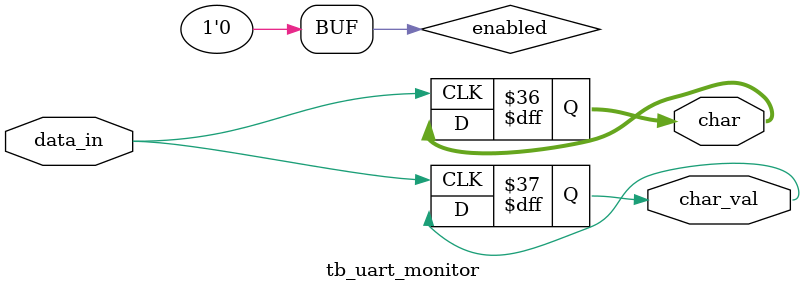
<source format=v>

`timescale 1ns/1ps


module tb_uart_monitor (
  input            data_in,       // Incoming serial data
  output reg [7:0] char,          // Received character
  output reg       char_val       // Pulsed when char is valid
);

//***************************************************************************
// Parameter definitions
//***************************************************************************

  parameter BAUD_RATE = 57_600;

  localparam BIT_PER = (1_000_000_000.0)/BAUD_RATE;

//***************************************************************************
// Register declarations
//***************************************************************************

  reg     enabled = 1'b0;
  integer i;

//***************************************************************************
// Tasks
//***************************************************************************

  task start;
  begin
    enabled = 1'b1;
  end
  endtask
//***************************************************************************
// Code
//***************************************************************************

  initial
    char_val = 1'b0;

  always @(negedge data_in)
  begin
    if (enabled)
    begin
      // This should be the leading edge of the start bit
      #(BIT_PER * 1.5); // Wait until the middle of the first bit
      for (i = 0; i<=7; i=i+1)
      begin
        // Capture the bit
        char[i] = data_in;
        // Wait to the middle of the next
        #(BIT_PER);
      end
      // We should be in the middle of the stop
      if (data_in !== 1'b1)
      begin
        $display("%t ERROR Framing error detected in %m",$realtime());
      end
      // Pulse char_val for 1ns
      char_val = 1'b1;
      char_val <= #1 1'b0;
    end // if enabled
  end // always


endmodule


</source>
